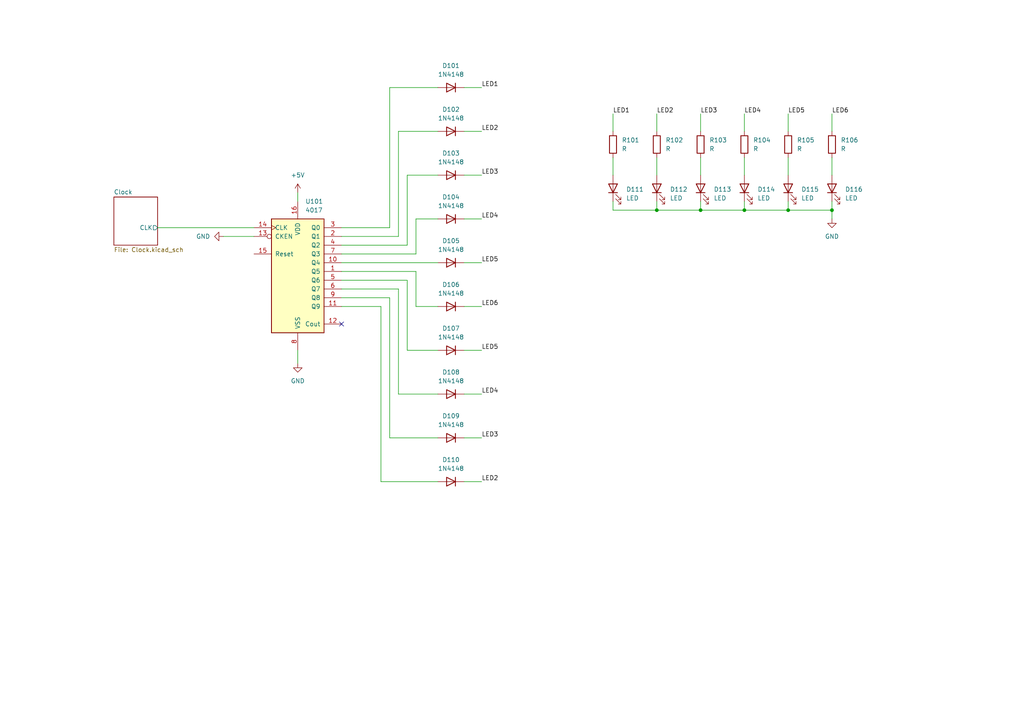
<source format=kicad_sch>
(kicad_sch (version 20230121) (generator eeschema)
  (paper "A4")
  (lib_symbols
    (symbol "4xxx:4017" (pin_names (offset 1.016))
      (property "Reference" "U" (at -7.62 16.51 0))
      (property "Value" "4017" (at -7.62 -19.05 0))
      (symbol "4017_1_0"
        (pin output line (at 12.7 0 180) (length 5.08) (name "Q5") (number "1"))
        (pin output line (at 12.7 2.54 180) (length 5.08) (name "Q4") (number "10"))
        (pin output line (at 12.7 -10.16 180) (length 5.08) (name "Q9") (number "11"))
        (pin output line (at 12.7 -15.24 180) (length 5.08) (name "Cout") (number "12"))
        (pin input inverted (at -12.7 10.16 0) (length 5.08) (name "CKEN") (number "13"))
        (pin input clock (at -12.7 12.7 0) (length 5.08) (name "CLK") (number "14"))
        (pin input line (at -12.7 5.08 0) (length 5.08) (name "Reset") (number "15"))
        (pin power_in line (at 0 20.32 270) (length 5.08) (name "VDD") (number "16"))
        (pin output line (at 12.7 10.16 180) (length 5.08) (name "Q1") (number "2"))
        (pin output line (at 12.7 12.7 180) (length 5.08) (name "Q0") (number "3"))
        (pin output line (at 12.7 7.62 180) (length 5.08) (name "Q2") (number "4"))
        (pin output line (at 12.7 -2.54 180) (length 5.08) (name "Q6") (number "5"))
        (pin output line (at 12.7 -5.08 180) (length 5.08) (name "Q7") (number "6"))
        (pin output line (at 12.7 5.08 180) (length 5.08) (name "Q3") (number "7"))
        (pin power_in line (at 0 -22.86 90) (length 5.08) (name "VSS") (number "8"))
        (pin output line (at 12.7 -7.62 180) (length 5.08) (name "Q8") (number "9"))
      )
      (symbol "4017_1_1"
        (rectangle (start -7.62 15.24) (end 7.62 -17.78) (stroke (width 0.254)) (fill (type background)))
      )
    )
    (symbol "Device:LED" (pin_numbers hide) (pin_names (offset 1.016) hide)
      (property "Reference" "D" (at 0 2.54 0))
      (property "Value" "LED" (at 0 -2.54 0))
      (symbol "LED_0_1"
        (polyline (pts (xy -1.27 -1.27) (xy -1.27 1.27)) (stroke (width 0.254)))
        (polyline (pts (xy -1.27 0) (xy 1.27 0)))
        (polyline (pts (xy 1.27 -1.27) (xy 1.27 1.27) (xy -1.27 0) (xy 1.27 -1.27)) (stroke (width 0.254)))
        (polyline (pts (xy -3.048 -0.762) (xy -4.572 -2.286) (xy -3.81 -2.286) (xy -4.572 -2.286) (xy -4.572 -1.524)))
        (polyline (pts (xy -1.778 -0.762) (xy -3.302 -2.286) (xy -2.54 -2.286) (xy -3.302 -2.286) (xy -3.302 -1.524)))
      )
      (symbol "LED_1_1"
        (pin passive line (at -3.81 0 0) (length 2.54) (name "K") (number "1"))
        (pin passive line (at 3.81 0 180) (length 2.54) (name "A") (number "2"))
      )
    )
    (symbol "Device:R" (pin_numbers hide) (pin_names (offset 0))
      (property "Reference" "R" (at 2.032 0 90))
      (property "Value" "R" (at 0 0 90))
      (symbol "R_0_1"
        (rectangle (start -1.016 -2.54) (end 1.016 2.54) (stroke (width 0.254)))
      )
      (symbol "R_1_1"
        (pin passive line (at 0 3.81 270) (length 1.27) (name "~") (number "1"))
        (pin passive line (at 0 -3.81 90) (length 1.27) (name "~") (number "2"))
      )
    )
    (symbol "Diode:1N4148" (pin_numbers hide) (pin_names hide)
      (property "Reference" "D" (at 0 2.54 0))
      (property "Value" "1N4148" (at 0 -2.54 0))
      (symbol "1N4148_0_1"
        (polyline (pts (xy -1.27 1.27) (xy -1.27 -1.27)) (stroke (width 0.254)))
        (polyline (pts (xy 1.27 0) (xy -1.27 0)))
        (polyline (pts (xy 1.27 1.27) (xy 1.27 -1.27) (xy -1.27 0) (xy 1.27 1.27)) (stroke (width 0.254)))
      )
      (symbol "1N4148_1_1"
        (pin passive line (at -3.81 0 0) (length 2.54) (name "K") (number "1"))
        (pin passive line (at 3.81 0 180) (length 2.54) (name "A") (number "2"))
      )
    )
    (symbol "power:+5V" (power) (pin_names (offset 0))
      (property "Value" "+5V" (at 0 3.556 0))
      (symbol "+5V_0_1"
        (polyline (pts (xy -0.762 1.27) (xy 0 2.54)))
        (polyline (pts (xy 0 0) (xy 0 2.54)))
        (polyline (pts (xy 0 2.54) (xy 0.762 1.27)))
      )
      (symbol "+5V_1_1"
        (pin power_in line (at 0 0 90) (length 0) hide (name "+5V") (number "1"))
      )
    )
    (symbol "power:GND" (power) (pin_names (offset 0))
      (property "Value" "GND" (at 0 -3.81 0))
      (symbol "GND_0_1"
        (polyline (pts (xy 0 0) (xy 0 -1.27) (xy 1.27 -1.27) (xy 0 -2.54) (xy -1.27 -1.27) (xy 0 -1.27)))
      )
      (symbol "GND_1_1"
        (pin power_in line (at 0 0 270) (length 0) hide (name "GND") (number "1"))
      )
    )
  )
  (junction (at 241.3 60.96))
  (junction (at 228.6 60.96))
  (junction (at 190.5 60.96))
  (junction (at 203.2 60.96))
  (junction (at 215.9 60.96))
  (no_connect (at 99.06 93.98))
  (wire (pts (xy 241.3 58.42) (xy 241.3 60.96)))
  (wire (pts (xy 177.8 60.96) (xy 190.5 60.96)))
  (wire (pts (xy 215.9 58.42) (xy 215.9 60.96)))
  (wire (pts (xy 203.2 33.02) (xy 203.2 38.1)))
  (wire (pts (xy 110.49 88.9) (xy 110.49 139.7)))
  (wire (pts (xy 113.03 66.04) (xy 113.03 25.4)))
  (wire (pts (xy 113.03 86.36) (xy 113.03 127)))
  (wire (pts (xy 134.62 50.8) (xy 139.7 50.8)))
  (wire (pts (xy 118.11 71.12) (xy 118.11 50.8)))
  (wire (pts (xy 228.6 60.96) (xy 241.3 60.96)))
  (wire (pts (xy 134.62 63.5) (xy 139.7 63.5)))
  (wire (pts (xy 115.57 68.58) (xy 115.57 38.1)))
  (wire (pts (xy 215.9 60.96) (xy 228.6 60.96)))
  (wire (pts (xy 228.6 45.72) (xy 228.6 50.8)))
  (wire (pts (xy 134.62 76.2) (xy 139.7 76.2)))
  (wire (pts (xy 228.6 58.42) (xy 228.6 60.96)))
  (wire (pts (xy 203.2 45.72) (xy 203.2 50.8)))
  (wire (pts (xy 99.06 86.36) (xy 113.03 86.36)))
  (wire (pts (xy 113.03 25.4) (xy 127 25.4)))
  (wire (pts (xy 115.57 83.82) (xy 115.57 114.3)))
  (wire (pts (xy 99.06 83.82) (xy 115.57 83.82)))
  (wire (pts (xy 134.62 139.7) (xy 139.7 139.7)))
  (wire (pts (xy 120.65 88.9) (xy 127 88.9)))
  (wire (pts (xy 99.06 66.04) (xy 113.03 66.04)))
  (wire (pts (xy 86.36 55.88) (xy 86.36 58.42)))
  (wire (pts (xy 118.11 81.28) (xy 118.11 101.6)))
  (wire (pts (xy 134.62 101.6) (xy 139.7 101.6)))
  (wire (pts (xy 215.9 45.72) (xy 215.9 50.8)))
  (wire (pts (xy 134.62 114.3) (xy 139.7 114.3)))
  (wire (pts (xy 190.5 58.42) (xy 190.5 60.96)))
  (wire (pts (xy 99.06 73.66) (xy 120.65 73.66)))
  (wire (pts (xy 215.9 33.02) (xy 215.9 38.1)))
  (wire (pts (xy 203.2 60.96) (xy 215.9 60.96)))
  (wire (pts (xy 177.8 33.02) (xy 177.8 38.1)))
  (wire (pts (xy 134.62 25.4) (xy 139.7 25.4)))
  (wire (pts (xy 241.3 60.96) (xy 241.3 63.5)))
  (wire (pts (xy 228.6 33.02) (xy 228.6 38.1)))
  (wire (pts (xy 134.62 88.9) (xy 139.7 88.9)))
  (wire (pts (xy 203.2 58.42) (xy 203.2 60.96)))
  (wire (pts (xy 86.36 101.6) (xy 86.36 105.41)))
  (wire (pts (xy 177.8 45.72) (xy 177.8 50.8)))
  (wire (pts (xy 177.8 58.42) (xy 177.8 60.96)))
  (wire (pts (xy 115.57 114.3) (xy 127 114.3)))
  (wire (pts (xy 134.62 38.1) (xy 139.7 38.1)))
  (wire (pts (xy 99.06 68.58) (xy 115.57 68.58)))
  (wire (pts (xy 45.72 66.04) (xy 73.66 66.04)))
  (wire (pts (xy 99.06 71.12) (xy 118.11 71.12)))
  (wire (pts (xy 190.5 45.72) (xy 190.5 50.8)))
  (wire (pts (xy 118.11 50.8) (xy 127 50.8)))
  (wire (pts (xy 115.57 38.1) (xy 127 38.1)))
  (wire (pts (xy 64.77 68.58) (xy 73.66 68.58)))
  (wire (pts (xy 99.06 81.28) (xy 118.11 81.28)))
  (wire (pts (xy 99.06 76.2) (xy 127 76.2)))
  (wire (pts (xy 241.3 45.72) (xy 241.3 50.8)))
  (wire (pts (xy 110.49 139.7) (xy 127 139.7)))
  (wire (pts (xy 99.06 88.9) (xy 110.49 88.9)))
  (wire (pts (xy 118.11 101.6) (xy 127 101.6)))
  (wire (pts (xy 190.5 33.02) (xy 190.5 38.1)))
  (wire (pts (xy 120.65 73.66) (xy 120.65 63.5)))
  (wire (pts (xy 120.65 63.5) (xy 127 63.5)))
  (wire (pts (xy 190.5 60.96) (xy 203.2 60.96)))
  (wire (pts (xy 99.06 78.74) (xy 120.65 78.74)))
  (wire (pts (xy 241.3 33.02) (xy 241.3 38.1)))
  (wire (pts (xy 120.65 78.74) (xy 120.65 88.9)))
  (wire (pts (xy 113.03 127) (xy 127 127)))
  (wire (pts (xy 134.62 127) (xy 139.7 127)))
  (label "LED2" (at 190.5 33.02 0))
  (label "LED2" (at 139.7 139.7 0))
  (label "LED3" (at 203.2 33.02 0))
  (label "LED4" (at 139.7 63.5 0))
  (label "LED6" (at 241.3 33.02 0))
  (label "LED1" (at 177.8 33.02 0))
  (label "LED6" (at 139.7 88.9 0))
  (label "LED3" (at 139.7 127 0))
  (label "LED4" (at 139.7 114.3 0))
  (label "LED1" (at 139.7 25.4 0))
  (label "LED5" (at 228.6 33.02 0))
  (label "LED3" (at 139.7 50.8 0))
  (label "LED5" (at 139.7 101.6 0))
  (label "LED2" (at 139.7 38.1 0))
  (label "LED5" (at 139.7 76.2 0))
  (label "LED4" (at 215.9 33.02 0))
  (symbol (lib_id "Diode:1N4148") (at 130.81 127 180) (unit 1)
    (property "Reference" "D109" (at 130.81 120.65 0))
    (property "Value" "1N4148" (at 130.81 123.19 0))
    (property "Footprint" "Diode_THT:D_DO-35_SOD27_P7.62mm_Horizontal" (effects hide))
    (property "Datasheet" "https://assets.nexperia.com/documents/data-sheet/1N4148_1N4448.pdf" (effects hide))
    (property "Sim.Device" "D" (effects hide))
    (property "Sim.Pins" "1=K 2=A" (effects hide))
  )
  (symbol (lib_id "Device:R") (at 203.2 41.91 0) (unit 1)
    (property "Reference" "R103" (at 205.74 40.64 0) (effects (justify left)))
    (property "Value" "R" (at 205.74 43.18 0) (effects (justify left)))
    (property "Footprint" "Resistor_THT:R_Axial_DIN0207_L6.3mm_D2.5mm_P7.62mm_Horizontal" (effects hide))
  )
  (symbol (lib_id "4xxx:4017") (at 86.36 78.74 0) (unit 1)
    (property "Reference" "U101" (at 88.5541 58.42 0) (effects (justify left)))
    (property "Value" "4017" (at 88.5541 60.96 0) (effects (justify left)))
    (property "Footprint" "Package_DIP:DIP-16_W7.62mm_Socket" (effects hide))
    (property "Datasheet" "http://www.intersil.com/content/dam/Intersil/documents/cd40/cd4017bms-22bms.pdf" (effects hide))
  )
  (symbol (lib_id "Device:R") (at 241.3 41.91 0) (unit 1)
    (property "Reference" "R106" (at 243.84 40.64 0) (effects (justify left)))
    (property "Value" "R" (at 243.84 43.18 0) (effects (justify left)))
    (property "Footprint" "Resistor_THT:R_Axial_DIN0207_L6.3mm_D2.5mm_P7.62mm_Horizontal" (effects hide))
  )
  (symbol (lib_id "Diode:1N4148") (at 130.81 101.6 180) (unit 1)
    (property "Reference" "D107" (at 130.81 95.25 0))
    (property "Value" "1N4148" (at 130.81 97.79 0))
    (property "Footprint" "Diode_THT:D_DO-35_SOD27_P7.62mm_Horizontal" (effects hide))
    (property "Datasheet" "https://assets.nexperia.com/documents/data-sheet/1N4148_1N4448.pdf" (effects hide))
    (property "Sim.Device" "D" (effects hide))
    (property "Sim.Pins" "1=K 2=A" (effects hide))
  )
  (symbol (lib_id "Device:R") (at 177.8 41.91 0) (unit 1)
    (property "Reference" "R101" (at 180.34 40.64 0) (effects (justify left)))
    (property "Value" "R" (at 180.34 43.18 0) (effects (justify left)))
    (property "Footprint" "Resistor_THT:R_Axial_DIN0207_L6.3mm_D2.5mm_P7.62mm_Horizontal" (effects hide))
  )
  (symbol (lib_id "Device:LED") (at 215.9 54.61 90) (unit 1)
    (property "Reference" "D114" (at 219.71 54.9275 90) (effects (justify right)))
    (property "Value" "LED" (at 219.71 57.4675 90) (effects (justify right)))
    (property "Footprint" "LED_THT:LED_D5.0mm" (effects hide))
  )
  (symbol (lib_id "Diode:1N4148") (at 130.81 63.5 180) (unit 1)
    (property "Reference" "D104" (at 130.81 57.15 0))
    (property "Value" "1N4148" (at 130.81 59.69 0))
    (property "Footprint" "Diode_THT:D_DO-35_SOD27_P7.62mm_Horizontal" (effects hide))
    (property "Datasheet" "https://assets.nexperia.com/documents/data-sheet/1N4148_1N4448.pdf" (effects hide))
    (property "Sim.Device" "D" (effects hide))
    (property "Sim.Pins" "1=K 2=A" (effects hide))
  )
  (symbol (lib_id "power:GND") (at 86.36 105.41 0) (unit 1)
    (property "Reference" "#PWR0101" (effects hide))
    (property "Value" "GND" (at 86.36 110.49 0))
  )
  (symbol (lib_id "Diode:1N4148") (at 130.81 88.9 180) (unit 1)
    (property "Reference" "D106" (at 130.81 82.55 0))
    (property "Value" "1N4148" (at 130.81 85.09 0))
    (property "Footprint" "Diode_THT:D_DO-35_SOD27_P7.62mm_Horizontal" (effects hide))
    (property "Datasheet" "https://assets.nexperia.com/documents/data-sheet/1N4148_1N4448.pdf" (effects hide))
    (property "Sim.Device" "D" (effects hide))
    (property "Sim.Pins" "1=K 2=A" (effects hide))
  )
  (symbol (lib_id "Device:LED") (at 241.3 54.61 90) (unit 1)
    (property "Reference" "D116" (at 245.11 54.9275 90) (effects (justify right)))
    (property "Value" "LED" (at 245.11 57.4675 90) (effects (justify right)))
    (property "Footprint" "LED_THT:LED_D5.0mm" (effects hide))
  )
  (symbol (lib_id "Diode:1N4148") (at 130.81 76.2 180) (unit 1)
    (property "Reference" "D105" (at 130.81 69.85 0))
    (property "Value" "1N4148" (at 130.81 72.39 0))
    (property "Footprint" "Diode_THT:D_DO-35_SOD27_P7.62mm_Horizontal" (effects hide))
    (property "Datasheet" "https://assets.nexperia.com/documents/data-sheet/1N4148_1N4448.pdf" (effects hide))
    (property "Sim.Device" "D" (effects hide))
    (property "Sim.Pins" "1=K 2=A" (effects hide))
  )
  (symbol (lib_id "Device:R") (at 228.6 41.91 0) (unit 1)
    (property "Reference" "R105" (at 231.14 40.64 0) (effects (justify left)))
    (property "Value" "R" (at 231.14 43.18 0) (effects (justify left)))
    (property "Footprint" "Resistor_THT:R_Axial_DIN0207_L6.3mm_D2.5mm_P7.62mm_Horizontal" (effects hide))
  )
  (symbol (lib_id "Device:R") (at 215.9 41.91 0) (unit 1)
    (property "Reference" "R104" (at 218.44 40.64 0) (effects (justify left)))
    (property "Value" "R" (at 218.44 43.18 0) (effects (justify left)))
    (property "Footprint" "Resistor_THT:R_Axial_DIN0207_L6.3mm_D2.5mm_P7.62mm_Horizontal" (effects hide))
  )
  (symbol (lib_id "Device:LED") (at 190.5 54.61 90) (unit 1)
    (property "Reference" "D112" (at 194.31 54.9275 90) (effects (justify right)))
    (property "Value" "LED" (at 194.31 57.4675 90) (effects (justify right)))
    (property "Footprint" "LED_THT:LED_D5.0mm" (effects hide))
  )
  (symbol (lib_id "Diode:1N4148") (at 130.81 114.3 180) (unit 1)
    (property "Reference" "D108" (at 130.81 107.95 0))
    (property "Value" "1N4148" (at 130.81 110.49 0))
    (property "Footprint" "Diode_THT:D_DO-35_SOD27_P7.62mm_Horizontal" (effects hide))
    (property "Datasheet" "https://assets.nexperia.com/documents/data-sheet/1N4148_1N4448.pdf" (effects hide))
    (property "Sim.Device" "D" (effects hide))
    (property "Sim.Pins" "1=K 2=A" (effects hide))
  )
  (symbol (lib_id "Device:LED") (at 228.6 54.61 90) (unit 1)
    (property "Reference" "D115" (at 232.41 54.9275 90) (effects (justify right)))
    (property "Value" "LED" (at 232.41 57.4675 90) (effects (justify right)))
    (property "Footprint" "LED_THT:LED_D5.0mm" (effects hide))
  )
  (symbol (lib_id "Diode:1N4148") (at 130.81 25.4 180) (unit 1)
    (property "Reference" "D101" (at 130.81 19.05 0))
    (property "Value" "1N4148" (at 130.81 21.59 0))
    (property "Footprint" "Diode_THT:D_DO-35_SOD27_P7.62mm_Horizontal" (effects hide))
    (property "Datasheet" "https://assets.nexperia.com/documents/data-sheet/1N4148_1N4448.pdf" (effects hide))
    (property "Sim.Device" "D" (effects hide))
    (property "Sim.Pins" "1=K 2=A" (effects hide))
  )
  (symbol (lib_id "Diode:1N4148") (at 130.81 38.1 180) (unit 1)
    (property "Reference" "D102" (at 130.81 31.75 0))
    (property "Value" "1N4148" (at 130.81 34.29 0))
    (property "Footprint" "Diode_THT:D_DO-35_SOD27_P7.62mm_Horizontal" (effects hide))
    (property "Datasheet" "https://assets.nexperia.com/documents/data-sheet/1N4148_1N4448.pdf" (effects hide))
    (property "Sim.Device" "D" (effects hide))
    (property "Sim.Pins" "1=K 2=A" (effects hide))
  )
  (symbol (lib_id "Device:R") (at 190.5 41.91 0) (unit 1)
    (property "Reference" "R102" (at 193.04 40.64 0) (effects (justify left)))
    (property "Value" "R" (at 193.04 43.18 0) (effects (justify left)))
    (property "Footprint" "Resistor_THT:R_Axial_DIN0207_L6.3mm_D2.5mm_P7.62mm_Horizontal" (effects hide))
  )
  (symbol (lib_id "Device:LED") (at 203.2 54.61 90) (unit 1)
    (property "Reference" "D113" (at 207.01 54.9275 90) (effects (justify right)))
    (property "Value" "LED" (at 207.01 57.4675 90) (effects (justify right)))
    (property "Footprint" "LED_THT:LED_D5.0mm" (effects hide))
  )
  (symbol (lib_id "Diode:1N4148") (at 130.81 50.8 180) (unit 1)
    (property "Reference" "D103" (at 130.81 44.45 0))
    (property "Value" "1N4148" (at 130.81 46.99 0))
    (property "Footprint" "Diode_THT:D_DO-35_SOD27_P7.62mm_Horizontal" (effects hide))
    (property "Datasheet" "https://assets.nexperia.com/documents/data-sheet/1N4148_1N4448.pdf" (effects hide))
    (property "Sim.Device" "D" (effects hide))
    (property "Sim.Pins" "1=K 2=A" (effects hide))
  )
  (symbol (lib_id "power:GND") (at 64.77 68.58 270) (unit 1)
    (property "Reference" "#PWR0103" (effects hide))
    (property "Value" "GND" (at 60.96 68.58 90) (effects (justify right)))
  )
  (symbol (lib_id "Device:LED") (at 177.8 54.61 90) (unit 1)
    (property "Reference" "D111" (at 181.61 54.9275 90) (effects (justify right)))
    (property "Value" "LED" (at 181.61 57.4675 90) (effects (justify right)))
    (property "Footprint" "LED_THT:LED_D5.0mm" (effects hide))
  )
  (symbol (lib_id "power:+5V") (at 86.36 55.88 0) (unit 1)
    (property "Reference" "#PWR0102" (effects hide))
    (property "Value" "+5V" (at 86.36 50.8 0))
  )
  (symbol (lib_id "Diode:1N4148") (at 130.81 139.7 180) (unit 1)
    (property "Reference" "D110" (at 130.81 133.35 0))
    (property "Value" "1N4148" (at 130.81 135.89 0))
    (property "Footprint" "Diode_THT:D_DO-35_SOD27_P7.62mm_Horizontal" (effects hide))
    (property "Datasheet" "https://assets.nexperia.com/documents/data-sheet/1N4148_1N4448.pdf" (effects hide))
    (property "Sim.Device" "D" (effects hide))
    (property "Sim.Pins" "1=K 2=A" (effects hide))
  )
  (symbol (lib_id "power:GND") (at 241.3 63.5 0) (unit 1)
    (property "Reference" "#PWR0104" (effects hide))
    (property "Value" "GND" (at 241.3 68.58 0))
  )
  (sheet (at 33.02 57.15) (size 12.7 13.97) (stroke (width 0.1524))
    (property "Sheetname" "Clock" (at 33.02 56.4384 0) (effects (justify left bottom)))
    (property "Sheetfile" "Clock.kicad_sch" (at 33.02 71.7046 0) (effects (justify left top)))
    (pin "CLK" output (at 45.72 66.04 0))
  )
)
</source>
